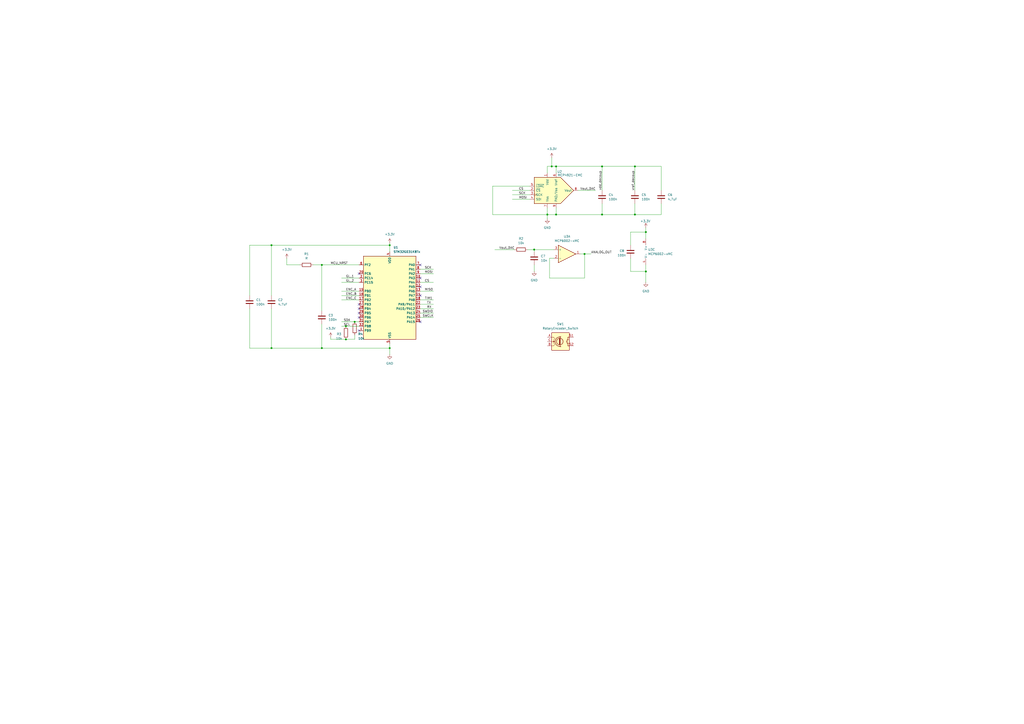
<source format=kicad_sch>
(kicad_sch (version 20250114) (generator "eeschema") (generator_version "9.0")
  (paper "A2")
  (lib_symbols
    (symbol "Amplifier_Operational:MCP6002-xMC" (pin_names (offset 0.127))
      (property "Reference" "U" (at 0 5.08 0))
      (property "Value" "MCP6002-xMC" (at 0 -5.08 0))
      (symbol "MCP6002-xMC_1_1"
        (polyline (pts (xy -5.08 5.08) (xy 5.08 0) (xy -5.08 -5.08) (xy -5.08 5.08)) (stroke (width 0.254)) (fill (type background)))
        (pin input line (at -7.62 2.54 0) (length 2.54) (name "+") (number "3"))
        (pin input line (at -7.62 -2.54 0) (length 2.54) (name "-") (number "2"))
        (pin output line (at 7.62 0 180) (length 2.54) (name "~") (number "1"))
      )
      (symbol "MCP6002-xMC_2_1"
        (polyline (pts (xy -5.08 5.08) (xy 5.08 0) (xy -5.08 -5.08) (xy -5.08 5.08)) (stroke (width 0.254)) (fill (type background)))
        (pin input line (at -7.62 2.54 0) (length 2.54) (name "+") (number "5"))
        (pin input line (at -7.62 -2.54 0) (length 2.54) (name "-") (number "6"))
        (pin output line (at 7.62 0 180) (length 2.54) (name "~") (number "7"))
      )
      (symbol "MCP6002-xMC_3_1"
        (pin power_in line (at -2.54 7.62 270) (length 3.81) (name "V+") (number "8"))
        (pin power_in line (at -2.54 -7.62 90) (length 3.81) (name "V-") (number "4"))
        (pin passive line (at -2.54 -7.62 90) (length 3.81) (hide yes) (name "V-") (number "9"))
      )
    )
    (symbol "Analog_DAC:MCP4921-EMC" (pin_names (offset 1.016))
      (property "Reference" "U" (at 6.35 10.795 0))
      (property "Value" "MCP4921-EMC" (at 6.35 8.89 0))
      (symbol "MCP4921-EMC_0_0"
        (polyline (pts (xy 15.24 0) (xy 7.62 7.62) (xy -7.62 7.62) (xy -7.62 -7.62) (xy 7.62 -7.62) (xy 15.24 0)) (stroke (width 0.254)) (fill (type background)))
      )
      (symbol "MCP4921-EMC_1_1"
        (pin input line (at -10.16 2.54 0) (length 2.54) (name "~{LDAC}") (number "5"))
        (pin input line (at -10.16 0 0) (length 2.54) (name "~{CS}") (number "2"))
        (pin input clock (at -10.16 -2.54 0) (length 2.54) (name "SCK") (number "3"))
        (pin input line (at -10.16 -5.08 0) (length 2.54) (name "SDI") (number "4"))
        (pin power_in line (at 0 10.16 270) (length 2.54) (name "Vdd") (number "1"))
        (pin power_in line (at 0 -10.16 90) (length 2.54) (name "Vss") (number "7"))
        (pin power_in line (at 5.08 10.16 270) (length 2.54) (name "Vref") (number "6"))
        (pin power_in line (at 5.08 -10.16 90) (length 2.54) (name "PAD/Vss") (number "9"))
        (pin output line (at 17.78 0 180) (length 2.54) (name "Vout") (number "8"))
      )
    )
    (symbol "Device:C" (pin_numbers (hide yes)) (pin_names (offset 0.254))
      (property "Reference" "C" (at 0.635 2.54 0))
      (property "Value" "C" (at 0.635 -2.54 0))
      (symbol "C_0_1"
        (polyline (pts (xy -2.032 0.762) (xy 2.032 0.762)) (stroke (width 0.508)))
        (polyline (pts (xy -2.032 -0.762) (xy 2.032 -0.762)) (stroke (width 0.508)))
      )
      (symbol "C_1_1"
        (pin passive line (at 0 3.81 270) (length 2.794) (name "~") (number "1"))
        (pin passive line (at 0 -3.81 90) (length 2.794) (name "~") (number "2"))
      )
    )
    (symbol "Device:R" (pin_numbers (hide yes)) (pin_names (offset 0))
      (property "Reference" "R" (at 2.032 0 90))
      (property "Value" "R" (at 0 0 90))
      (symbol "R_0_1"
        (rectangle (start -1.016 -2.54) (end 1.016 2.54) (stroke (width 0.254)))
      )
      (symbol "R_1_1"
        (pin passive line (at 0 3.81 270) (length 1.27) (name "~") (number "1"))
        (pin passive line (at 0 -3.81 90) (length 1.27) (name "~") (number "2"))
      )
    )
    (symbol "Device:RotaryEncoder_Switch" (pin_names (offset 0.254) (hide yes))
      (property "Reference" "SW" (at 0 6.604 0))
      (property "Value" "RotaryEncoder_Switch" (at 0 -6.604 0))
      (symbol "RotaryEncoder_Switch_0_1"
        (rectangle (start -5.08 5.08) (end 5.08 -5.08) (stroke (width 0.254)) (fill (type background)))
        (polyline (pts (xy -5.08 2.54) (xy -3.81 2.54) (xy -3.81 2.032)))
        (polyline (pts (xy -5.08 0) (xy -3.81 0) (xy -3.81 -1.016) (xy -3.302 -2.032)))
        (polyline (pts (xy -5.08 -2.54) (xy -3.81 -2.54) (xy -3.81 -2.032)))
        (polyline (pts (xy -4.318 0) (xy -3.81 0) (xy -3.81 1.016) (xy -3.302 2.032)))
        (circle (center -3.81 0) (radius 0.254) (fill (type outline)))
        (polyline (pts (xy -0.635 -1.778) (xy -0.635 1.778)) (stroke (width 0.254)))
        (circle (center -0.381 0) (radius 1.905) (stroke (width 0.254)))
        (polyline (pts (xy -0.381 -1.778) (xy -0.381 1.778)) (stroke (width 0.254)))
        (arc (start -0.381 -2.794) (mid -3.0988 -0.0635) (end -0.381 2.667) (stroke (width 0.254)))
        (polyline (pts (xy -0.127 1.778) (xy -0.127 -1.778)) (stroke (width 0.254)))
        (polyline (pts (xy 0.254 2.921) (xy -0.508 2.667) (xy 0.127 2.286)) (stroke (width 0.254)))
        (polyline (pts (xy 0.254 -3.048) (xy -0.508 -2.794) (xy 0.127 -2.413)) (stroke (width 0.254)))
        (polyline (pts (xy 3.81 1.016) (xy 3.81 -1.016)) (stroke (width 0.254)))
        (polyline (pts (xy 3.81 0) (xy 3.429 0)) (stroke (width 0.254)))
        (circle (center 4.318 1.016) (radius 0.127) (stroke (width 0.254)))
        (circle (center 4.318 -1.016) (radius 0.127) (stroke (width 0.254)))
        (polyline (pts (xy 5.08 2.54) (xy 4.318 2.54) (xy 4.318 1.016)) (stroke (width 0.254)))
        (polyline (pts (xy 5.08 -2.54) (xy 4.318 -2.54) (xy 4.318 -1.016)) (stroke (width 0.254)))
      )
      (symbol "RotaryEncoder_Switch_1_1"
        (pin passive line (at -7.62 2.54 0) (length 2.54) (name "A") (number "A"))
        (pin passive line (at -7.62 0 0) (length 2.54) (name "C") (number "C"))
        (pin passive line (at -7.62 -2.54 0) (length 2.54) (name "B") (number "B"))
        (pin passive line (at 7.62 2.54 180) (length 2.54) (name "S1") (number "S1"))
        (pin passive line (at 7.62 -2.54 180) (length 2.54) (name "S2") (number "S2"))
      )
    )
    (symbol "MCU_ST_STM32G0:STM32G031K8Tx"
      (property "Reference" "U" (at -15.24 26.67 0))
      (property "Value" "STM32G031K8Tx" (at 2.54 26.67 0))
      (symbol "STM32G031K8Tx_0_1"
        (rectangle (start -15.24 -22.86) (end 15.24 25.4) (stroke (width 0.254)) (fill (type background)))
      )
      (symbol "STM32G031K8Tx_1_1"
        (pin bidirectional line (at -17.78 20.32 0) (length 2.54) (name "PF2") (number "6"))
        (pin bidirectional line (at -17.78 15.24 0) (length 2.54) (name "PC6") (number "20"))
        (pin bidirectional line (at -17.78 12.7 0) (length 2.54) (name "PC14") (number "2"))
        (pin bidirectional line (at -17.78 10.16 0) (length 2.54) (name "PC15") (number "3"))
        (pin bidirectional line (at -17.78 5.08 0) (length 2.54) (name "PB0") (number "15"))
        (pin bidirectional line (at -17.78 2.54 0) (length 2.54) (name "PB1") (number "16"))
        (pin bidirectional line (at -17.78 0 0) (length 2.54) (name "PB2") (number "17"))
        (pin bidirectional line (at -17.78 -2.54 0) (length 2.54) (name "PB3") (number "27"))
        (pin bidirectional line (at -17.78 -5.08 0) (length 2.54) (name "PB4") (number "28"))
        (pin bidirectional line (at -17.78 -7.62 0) (length 2.54) (name "PB5") (number "29"))
        (pin bidirectional line (at -17.78 -10.16 0) (length 2.54) (name "PB6") (number "30"))
        (pin bidirectional line (at -17.78 -12.7 0) (length 2.54) (name "PB7") (number "31"))
        (pin bidirectional line (at -17.78 -15.24 0) (length 2.54) (name "PB8") (number "32"))
        (pin bidirectional line (at -17.78 -17.78 0) (length 2.54) (name "PB9") (number "1"))
        (pin no_connect line (at -15.24 -20.32 0) (length 2.54) (hide yes) (name "NC/PA10") (number "21"))
        (pin no_connect line (at -15.24 -22.86 0) (length 2.54) (hide yes) (name "NC/PA9") (number "19"))
        (pin power_in line (at 0 27.94 270) (length 2.54) (name "VDD") (number "4"))
        (pin power_in line (at 0 -25.4 90) (length 2.54) (name "VSS") (number "5"))
        (pin bidirectional line (at 17.78 20.32 180) (length 2.54) (name "PA0") (number "7"))
        (pin bidirectional line (at 17.78 17.78 180) (length 2.54) (name "PA1") (number "8"))
        (pin bidirectional line (at 17.78 15.24 180) (length 2.54) (name "PA2") (number "9"))
        (pin bidirectional line (at 17.78 12.7 180) (length 2.54) (name "PA3") (number "10"))
        (pin bidirectional line (at 17.78 10.16 180) (length 2.54) (name "PA4") (number "11"))
        (pin bidirectional line (at 17.78 7.62 180) (length 2.54) (name "PA5") (number "12"))
        (pin bidirectional line (at 17.78 5.08 180) (length 2.54) (name "PA6") (number "13"))
        (pin bidirectional line (at 17.78 2.54 180) (length 2.54) (name "PA7") (number "14"))
        (pin bidirectional line (at 17.78 0 180) (length 2.54) (name "PA8") (number "18"))
        (pin bidirectional line (at 17.78 -2.54 180) (length 2.54) (name "PA9/PA11") (number "22"))
        (pin bidirectional line (at 17.78 -5.08 180) (length 2.54) (name "PA10/PA12") (number "23"))
        (pin bidirectional line (at 17.78 -7.62 180) (length 2.54) (name "PA13") (number "24"))
        (pin bidirectional line (at 17.78 -10.16 180) (length 2.54) (name "PA14") (number "25"))
        (pin bidirectional line (at 17.78 -12.7 180) (length 2.54) (name "PA15") (number "26"))
      )
    )
    (symbol "power:+3.3V" (power) (pin_numbers (hide yes)) (pin_names (offset 0) (hide yes))
      (property "Value" "+3.3V" (at 0 3.556 0))
      (symbol "+3.3V_0_1"
        (polyline (pts (xy -0.762 1.27) (xy 0 2.54)))
        (polyline (pts (xy 0 2.54) (xy 0.762 1.27)))
        (polyline (pts (xy 0 0) (xy 0 2.54)))
      )
      (symbol "+3.3V_1_1"
        (pin power_in line (at 0 0 90) (length 0) (name "~") (number "1"))
      )
    )
    (symbol "power:GND" (power) (pin_numbers (hide yes)) (pin_names (offset 0) (hide yes))
      (property "Value" "GND" (at 0 -3.81 0))
      (symbol "GND_0_1"
        (polyline (pts (xy 0 0) (xy 0 -1.27) (xy 1.27 -1.27) (xy 0 -2.54) (xy -1.27 -1.27) (xy 0 -1.27)))
      )
      (symbol "GND_1_1"
        (pin power_in line (at 0 0 270) (length 0) (name "~") (number "1"))
      )
    )
  )
  (junction (at 322.58 124.46))
  (junction (at 226.06 201.93))
  (junction (at 368.3 124.46))
  (junction (at 186.69 153.67))
  (junction (at 205.74 186.69))
  (junction (at 349.25 96.52))
  (junction (at 317.5 124.46))
  (junction (at 200.66 189.23))
  (junction (at 349.25 124.46))
  (junction (at 157.48 201.93))
  (junction (at 374.65 157.48))
  (junction (at 322.58 96.52))
  (junction (at 368.3 96.52))
  (junction (at 157.48 142.24))
  (junction (at 200.66 196.85))
  (junction (at 226.06 142.24))
  (junction (at 339.09 147.32))
  (junction (at 374.65 134.62))
  (junction (at 186.69 201.93))
  (junction (at 320.04 96.52))
  (junction (at 309.88 144.78))
  (no_connect (at 243.84 186.69))
  (no_connect (at 208.28 158.75))
  (no_connect (at 208.28 179.07))
  (no_connect (at 208.28 191.77))
  (no_connect (at 208.28 181.61))
  (no_connect (at 243.84 161.29))
  (no_connect (at 208.28 184.15))
  (no_connect (at 243.84 171.45))
  (no_connect (at 243.84 166.37))
  (no_connect (at 243.84 153.67))
  (no_connect (at 208.28 176.53))
  (wire (pts (xy 144.78 179.07) (xy 144.78 201.93)))
  (wire (pts (xy 383.54 110.49) (xy 383.54 96.52)))
  (wire (pts (xy 365.76 157.48) (xy 374.65 157.48)))
  (wire (pts (xy 243.84 173.99) (xy 251.46 173.99)))
  (wire (pts (xy 157.48 142.24) (xy 157.48 171.45)))
  (wire (pts (xy 374.65 153.67) (xy 374.65 157.48)))
  (wire (pts (xy 339.09 147.32) (xy 339.09 161.29)))
  (wire (pts (xy 144.78 201.93) (xy 157.48 201.93)))
  (wire (pts (xy 198.12 163.83) (xy 208.28 163.83)))
  (wire (pts (xy 285.75 124.46) (xy 317.5 124.46)))
  (wire (pts (xy 349.25 96.52) (xy 349.25 110.49)))
  (wire (pts (xy 383.54 96.52) (xy 368.3 96.52)))
  (wire (pts (xy 307.34 107.95) (xy 285.75 107.95)))
  (wire (pts (xy 368.3 124.46) (xy 383.54 124.46)))
  (wire (pts (xy 191.77 196.85) (xy 191.77 195.58)))
  (wire (pts (xy 297.18 113.03) (xy 307.34 113.03)))
  (wire (pts (xy 226.06 199.39) (xy 226.06 201.93)))
  (wire (pts (xy 374.65 157.48) (xy 374.65 163.83)))
  (wire (pts (xy 287.02 144.78) (xy 298.45 144.78)))
  (wire (pts (xy 157.48 201.93) (xy 186.69 201.93)))
  (wire (pts (xy 309.88 144.78) (xy 321.31 144.78)))
  (wire (pts (xy 166.37 149.86) (xy 166.37 153.67)))
  (wire (pts (xy 186.69 187.96) (xy 186.69 201.93)))
  (wire (pts (xy 157.48 179.07) (xy 157.48 201.93)))
  (wire (pts (xy 374.65 134.62) (xy 374.65 138.43)))
  (wire (pts (xy 243.84 181.61) (xy 251.46 181.61)))
  (wire (pts (xy 157.48 142.24) (xy 226.06 142.24)))
  (wire (pts (xy 317.5 124.46) (xy 317.5 127)))
  (wire (pts (xy 181.61 153.67) (xy 186.69 153.67)))
  (wire (pts (xy 243.84 163.83) (xy 251.46 163.83)))
  (wire (pts (xy 157.48 142.24) (xy 144.78 142.24)))
  (wire (pts (xy 322.58 96.52) (xy 322.58 100.33)))
  (wire (pts (xy 200.66 189.23) (xy 208.28 189.23)))
  (wire (pts (xy 198.12 168.91) (xy 208.28 168.91)))
  (wire (pts (xy 243.84 184.15) (xy 251.46 184.15)))
  (wire (pts (xy 186.69 201.93) (xy 226.06 201.93)))
  (wire (pts (xy 226.06 201.93) (xy 226.06 205.74)))
  (wire (pts (xy 200.66 196.85) (xy 205.74 196.85)))
  (wire (pts (xy 285.75 107.95) (xy 285.75 124.46)))
  (wire (pts (xy 317.5 120.65) (xy 317.5 124.46)))
  (wire (pts (xy 322.58 96.52) (xy 349.25 96.52)))
  (wire (pts (xy 374.65 132.08) (xy 374.65 134.62)))
  (wire (pts (xy 317.5 96.52) (xy 320.04 96.52)))
  (wire (pts (xy 365.76 149.86) (xy 365.76 157.48)))
  (wire (pts (xy 339.09 147.32) (xy 342.9 147.32)))
  (wire (pts (xy 349.25 124.46) (xy 368.3 124.46)))
  (wire (pts (xy 349.25 96.52) (xy 368.3 96.52)))
  (wire (pts (xy 320.04 91.44) (xy 320.04 96.52)))
  (wire (pts (xy 186.69 153.67) (xy 186.69 180.34)))
  (wire (pts (xy 243.84 179.07) (xy 251.46 179.07)))
  (wire (pts (xy 186.69 153.67) (xy 208.28 153.67)))
  (wire (pts (xy 318.77 149.86) (xy 321.31 149.86)))
  (wire (pts (xy 243.84 158.75) (xy 251.46 158.75)))
  (wire (pts (xy 198.12 186.69) (xy 205.74 186.69)))
  (wire (pts (xy 309.88 144.78) (xy 306.07 144.78)))
  (wire (pts (xy 383.54 118.11) (xy 383.54 124.46)))
  (wire (pts (xy 309.88 146.05) (xy 309.88 144.78)))
  (wire (pts (xy 365.76 134.62) (xy 365.76 142.24)))
  (wire (pts (xy 198.12 171.45) (xy 208.28 171.45)))
  (wire (pts (xy 173.99 153.67) (xy 166.37 153.67)))
  (wire (pts (xy 226.06 140.97) (xy 226.06 142.24)))
  (wire (pts (xy 198.12 189.23) (xy 200.66 189.23)))
  (wire (pts (xy 349.25 124.46) (xy 322.58 124.46)))
  (wire (pts (xy 243.84 168.91) (xy 251.46 168.91)))
  (wire (pts (xy 322.58 124.46) (xy 317.5 124.46)))
  (wire (pts (xy 198.12 161.29) (xy 208.28 161.29)))
  (wire (pts (xy 297.18 110.49) (xy 307.34 110.49)))
  (wire (pts (xy 368.3 118.11) (xy 368.3 124.46)))
  (wire (pts (xy 205.74 194.31) (xy 205.74 196.85)))
  (wire (pts (xy 243.84 156.21) (xy 251.46 156.21)))
  (wire (pts (xy 198.12 173.99) (xy 208.28 173.99)))
  (wire (pts (xy 339.09 161.29) (xy 318.77 161.29)))
  (wire (pts (xy 226.06 142.24) (xy 226.06 146.05)))
  (wire (pts (xy 317.5 96.52) (xy 317.5 100.33)))
  (wire (pts (xy 320.04 96.52) (xy 322.58 96.52)))
  (wire (pts (xy 374.65 134.62) (xy 365.76 134.62)))
  (wire (pts (xy 309.88 153.67) (xy 309.88 157.48)))
  (wire (pts (xy 144.78 142.24) (xy 144.78 171.45)))
  (wire (pts (xy 368.3 96.52) (xy 368.3 110.49)))
  (wire (pts (xy 297.18 115.57) (xy 307.34 115.57)))
  (wire (pts (xy 200.66 196.85) (xy 191.77 196.85)))
  (wire (pts (xy 336.55 147.32) (xy 339.09 147.32)))
  (wire (pts (xy 205.74 186.69) (xy 208.28 186.69)))
  (wire (pts (xy 322.58 120.65) (xy 322.58 124.46)))
  (wire (pts (xy 349.25 118.11) (xy 349.25 124.46)))
  (wire (pts (xy 318.77 161.29) (xy 318.77 149.86)))
  (wire (pts (xy 243.84 176.53) (xy 251.46 176.53)))
  (wire (pts (xy 335.28 110.49) (xy 345.44 110.49)))
  (label "ANALOG_OUT" (at 342.9 147.32 0))
  (label "SCK" (at 246.38 156.21 0))
  (label "TIM1" (at 246.38 173.99 0))
  (label "GL_1" (at 200.66 161.29 0))
  (label "vref_decoup" (at 368.3 110.49 90))
  (label "MISO" (at 246.38 168.91 0))
  (label "ENC_B" (at 200.66 171.45 0))
  (label "CS" (at 300.99 110.49 0))
  (label "SDA" (at 199.39 186.69 0))
  (label "SCL" (at 199.39 189.23 0))
  (label "SWCLK" (at 245.11 184.15 0))
  (label "SCK" (at 300.99 113.03 0))
  (label "MOSI" (at 300.99 115.57 0))
  (label "TX" (at 247.65 176.53 0))
  (label "MOSI" (at 246.38 158.75 0))
  (label "ENC_A" (at 200.66 168.91 0))
  (label "Vout_DAC" (at 289.56 144.78 0))
  (label "RX" (at 247.65 179.07 0))
  (label "Vout_DAC" (at 336.55 110.49 0))
  (label "SWDIO" (at 245.11 181.61 0))
  (label "ENC_C" (at 200.66 173.99 0))
  (label "MCU_NRST" (at 191.77 153.67 0))
  (label "vdd_decoup" (at 349.25 99.06 270))
  (label "GL_2" (at 200.66 163.83 0))
  (label "CS" (at 246.38 163.83 0))
  (symbol (lib_id "power:GND") (at 317.5 127 0) (unit 1)
    (property "Reference" "#PWR04" (effects (hide yes)))
    (property "Value" "GND" (at 317.5 132.08 0))
    (property "Description" "Power symbol creates a global label with name \"GND\" , ground" (effects (hide yes)))
  )
  (symbol (lib_id "Analog_DAC:MCP4921-EMC") (at 317.5 110.49 0) (unit 1)
    (property "Reference" "U2" (at 324.612 99.568 0))
    (property "Value" "MCP4921-EMC" (at 330.708 101.6 0))
    (property "Footprint" "Package_DFN_QFN:DFN-8-1EP_3x2mm_P0.5mm_EP1.75x1.45mm" (effects (hide yes)))
    (property "Datasheet" "http://ww1.microchip.com/downloads/en/DeviceDoc/22248a.pdf" (effects (hide yes)))
    (property "Description" "12-Bit D/A Converters with SPI Interface" (effects (hide yes)))
  )
  (symbol (lib_id "power:GND") (at 226.06 205.74 0) (unit 1)
    (property "Reference" "#PWR02" (effects (hide yes)))
    (property "Value" "GND" (at 226.06 210.82 0))
    (property "Description" "Power symbol creates a global label with name \"GND\" , ground" (effects (hide yes)))
  )
  (symbol (lib_id "Device:C") (at 144.78 175.26 0) (unit 1)
    (property "Reference" "C1" (at 148.59 173.9899 0) (effects (justify left)))
    (property "Value" "100n" (at 148.59 176.5299 0) (effects (justify left)))
    (property "Footprint" "Capacitor_SMD:C_0603_1608Metric" (effects (hide yes)))
    (property "Description" "Unpolarized capacitor" (effects (hide yes)))
  )
  (symbol (lib_id "MCU_ST_STM32G0:STM32G031K8Tx") (at 226.06 173.99 0) (unit 1)
    (property "Reference" "U1" (at 228.2033 143.51 0) (effects (justify left)))
    (property "Value" "STM32G031K8Tx" (at 228.2033 146.05 0) (effects (justify left)))
    (property "Footprint" "Package_QFP:LQFP-32_7x7mm_P0.8mm" (effects (hide yes)))
    (property "Datasheet" "https://www.st.com/resource/en/datasheet/stm32g031k8.pdf" (effects (hide yes)))
    (property "Description" "STMicroelectronics Arm Cortex-M0+ MCU, 64KB flash, 8KB RAM, 64 MHz, 1.7-3.6V, 30 GPIO, LQFP32" (effects (hide yes)))
  )
  (symbol (lib_id "power:+3.3V") (at 166.37 149.86 0) (unit 1)
    (property "Reference" "#PWR03" (effects (hide yes)))
    (property "Value" "+3.3V" (at 166.37 144.78 0))
    (property "Description" "Power symbol creates a global label with name \"+3.3V\"" (effects (hide yes)))
  )
  (symbol (lib_id "power:+3.3V") (at 374.65 132.08 0) (unit 1)
    (property "Reference" "#PWR06" (effects (hide yes)))
    (property "Value" "+3.3V" (at 374.396 128.27 0))
    (property "Description" "Power symbol creates a global label with name \"+3.3V\"" (effects (hide yes)))
  )
  (symbol (lib_id "power:+3.3V") (at 226.06 140.97 0) (unit 1)
    (property "Reference" "#PWR01" (effects (hide yes)))
    (property "Value" "+3.3V" (at 226.06 135.89 0))
    (property "Description" "Power symbol creates a global label with name \"+3.3V\"" (effects (hide yes)))
  )
  (symbol (lib_id "power:GND") (at 309.88 157.48 0) (unit 1)
    (property "Reference" "#PWR08" (effects (hide yes)))
    (property "Value" "GND" (at 309.88 162.56 0))
    (property "Description" "Power symbol creates a global label with name \"GND\" , ground" (effects (hide yes)))
  )
  (symbol (lib_id "Device:RotaryEncoder_Switch") (at 325.12 198.12 0) (unit 1)
    (property "Reference" "SW1" (at 325.12 187.96 0))
    (property "Value" "RotaryEncoder_Switch" (at 325.12 190.5 0))
    (property "Description" "Rotary encoder, dual channel, incremental quadrate outputs, with switch" (effects (hide yes)))
  )
  (symbol (lib_id "Device:C") (at 157.48 175.26 0) (unit 1)
    (property "Reference" "C2" (at 161.29 173.9899 0) (effects (justify left)))
    (property "Value" "4.7uF" (at 161.29 176.5299 0) (effects (justify left)))
    (property "Footprint" "Capacitor_SMD:C_0603_1608Metric" (effects (hide yes)))
    (property "Description" "Unpolarized capacitor" (effects (hide yes)))
  )
  (symbol (lib_id "Device:C") (at 368.3 114.3 0) (unit 1)
    (property "Reference" "C5" (at 372.11 113.0299 0) (effects (justify left)))
    (property "Value" "100n" (at 372.11 115.5699 0) (effects (justify left)))
    (property "Footprint" "Capacitor_SMD:C_0603_1608Metric" (effects (hide yes)))
    (property "Description" "Unpolarized capacitor" (effects (hide yes)))
  )
  (symbol (lib_id "Device:R") (at 177.8 153.67 90) (unit 1)
    (property "Reference" "R1" (at 177.8 147.32 90))
    (property "Value" "R" (at 177.8 149.86 90))
    (property "Description" "Resistor" (effects (hide yes)))
  )
  (symbol (lib_id "Device:C") (at 365.76 146.05 0) (unit 1)
    (property "Reference" "C8" (at 359.41 145.542 0) (effects (justify left)))
    (property "Value" "100n" (at 358.14 148.082 0) (effects (justify left)))
    (property "Description" "Unpolarized capacitor" (effects (hide yes)))
  )
  (symbol (lib_id "Device:C") (at 349.25 114.3 0) (unit 1)
    (property "Reference" "C4" (at 353.06 113.0299 0) (effects (justify left)))
    (property "Value" "100n" (at 353.06 115.5699 0) (effects (justify left)))
    (property "Footprint" "Capacitor_SMD:C_0603_1608Metric" (effects (hide yes)))
    (property "Description" "Unpolarized capacitor" (effects (hide yes)))
  )
  (symbol (lib_id "Device:C") (at 309.88 149.86 0) (unit 1)
    (property "Reference" "C7" (at 313.69 148.5899 0) (effects (justify left)))
    (property "Value" "10n" (at 313.69 151.1299 0) (effects (justify left)))
    (property "Description" "Unpolarized capacitor" (effects (hide yes)))
  )
  (symbol (lib_id "power:+3.3V") (at 320.04 91.44 0) (unit 1)
    (property "Reference" "#PWR05" (effects (hide yes)))
    (property "Value" "+3.3V" (at 320.04 86.36 0))
    (property "Description" "Power symbol creates a global label with name \"+3.3V\"" (effects (hide yes)))
  )
  (symbol (lib_id "Amplifier_Operational:MCP6002-xMC") (at 377.19 146.05 0) (unit 3)
    (property "Reference" "U3" (at 375.92 144.7799 0) (effects (justify left)))
    (property "Value" "MCP6002-xMC" (at 375.92 147.3199 0) (effects (justify left)))
    (property "Footprint" "Package_DFN_QFN:DFN-8-1EP_3x2mm_P0.5mm_EP1.75x1.45mm" (effects (hide yes)))
    (property "Datasheet" "http://ww1.microchip.com/downloads/en/DeviceDoc/21733j.pdf" (effects (hide yes)))
    (property "Description" "1MHz, Low-Power Op Amp, DFN-8" (effects (hide yes)))
  )
  (symbol (lib_id "power:+3.3V") (at 191.77 195.58 0) (unit 1)
    (property "Reference" "#PWR09" (effects (hide yes)))
    (property "Value" "+3.3V" (at 191.77 190.5 0))
    (property "Description" "Power symbol creates a global label with name \"+3.3V\"" (effects (hide yes)))
  )
  (symbol (lib_id "Device:R") (at 200.66 193.04 0) (unit 1)
    (property "Reference" "R3" (at 195.326 193.802 0) (effects (justify left)))
    (property "Value" "10k" (at 194.818 196.342 0) (effects (justify left)))
    (property "Description" "Resistor" (effects (hide yes)))
  )
  (symbol (lib_id "power:GND") (at 374.65 163.83 0) (unit 1)
    (property "Reference" "#PWR07" (effects (hide yes)))
    (property "Value" "GND" (at 374.65 168.91 0))
    (property "Description" "Power symbol creates a global label with name \"GND\" , ground" (effects (hide yes)))
  )
  (symbol (lib_id "Amplifier_Operational:MCP6002-xMC") (at 328.93 147.32 0) (unit 1)
    (property "Reference" "U3" (at 328.93 137.16 0))
    (property "Value" "MCP6002-xMC" (at 328.93 139.7 0))
    (property "Footprint" "Package_DFN_QFN:DFN-8-1EP_3x2mm_P0.5mm_EP1.75x1.45mm" (effects (hide yes)))
    (property "Datasheet" "http://ww1.microchip.com/downloads/en/DeviceDoc/21733j.pdf" (effects (hide yes)))
    (property "Description" "1MHz, Low-Power Op Amp, DFN-8" (effects (hide yes)))
  )
  (symbol (lib_id "Device:C") (at 186.69 184.15 0) (unit 1)
    (property "Reference" "C3" (at 190.5 182.8799 0) (effects (justify left)))
    (property "Value" "100n" (at 190.5 185.4199 0) (effects (justify left)))
    (property "Footprint" "Capacitor_SMD:C_0603_1608Metric" (effects (hide yes)))
    (property "Description" "Unpolarized capacitor" (effects (hide yes)))
  )
  (symbol (lib_id "Device:R") (at 302.26 144.78 90) (unit 1)
    (property "Reference" "R2" (at 302.26 138.43 90))
    (property "Value" "10k" (at 302.26 140.97 90))
    (property "Description" "Resistor" (effects (hide yes)))
  )
  (symbol (lib_id "Device:C") (at 383.54 114.3 0) (unit 1)
    (property "Reference" "C6" (at 387.35 113.0299 0) (effects (justify left)))
    (property "Value" "4.7uF" (at 387.35 115.5699 0) (effects (justify left)))
    (property "Footprint" "Capacitor_SMD:C_0603_1608Metric" (effects (hide yes)))
    (property "Description" "Unpolarized capacitor" (effects (hide yes)))
  )
  (symbol (lib_id "Device:R") (at 205.74 190.5 0) (unit 1)
    (property "Reference" "R4" (at 207.772 193.802 0) (effects (justify left)))
    (property "Value" "10k" (at 207.772 196.342 0) (effects (justify left)))
    (property "Description" "Resistor" (effects (hide yes)))
  )
)
</source>
